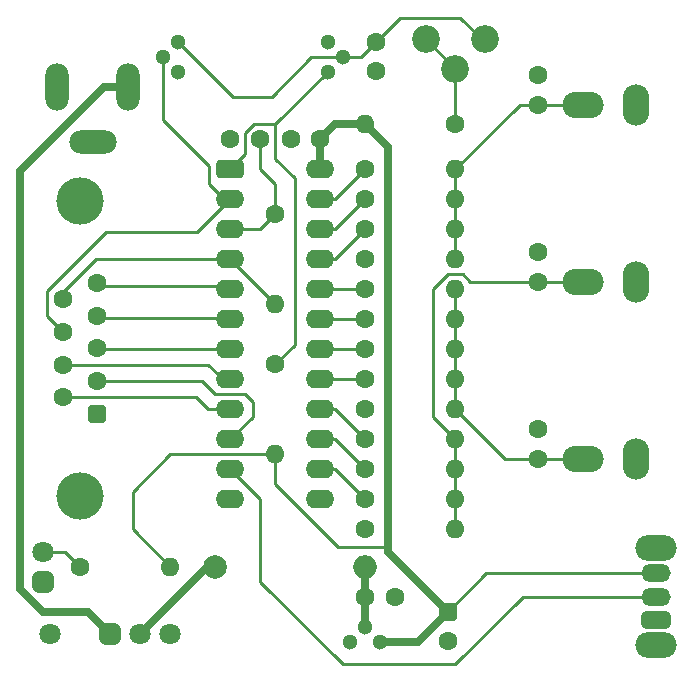
<source format=gbr>
%TF.GenerationSoftware,KiCad,Pcbnew,(6.0.11)*%
%TF.CreationDate,2023-07-09T23:55:29-07:00*%
%TF.ProjectId,cga-ypbpr,6367612d-7970-4627-9072-2e6b69636164,rev?*%
%TF.SameCoordinates,PX2990618PY4bd2668*%
%TF.FileFunction,Copper,L1,Top*%
%TF.FilePolarity,Positive*%
%FSLAX46Y46*%
G04 Gerber Fmt 4.6, Leading zero omitted, Abs format (unit mm)*
G04 Created by KiCad (PCBNEW (6.0.11)) date 2023-07-09 23:55:29*
%MOMM*%
%LPD*%
G01*
G04 APERTURE LIST*
G04 Aperture macros list*
%AMRoundRect*
0 Rectangle with rounded corners*
0 $1 Rounding radius*
0 $2 $3 $4 $5 $6 $7 $8 $9 X,Y pos of 4 corners*
0 Add a 4 corners polygon primitive as box body*
4,1,4,$2,$3,$4,$5,$6,$7,$8,$9,$2,$3,0*
0 Add four circle primitives for the rounded corners*
1,1,$1+$1,$2,$3*
1,1,$1+$1,$4,$5*
1,1,$1+$1,$6,$7*
1,1,$1+$1,$8,$9*
0 Add four rect primitives between the rounded corners*
20,1,$1+$1,$2,$3,$4,$5,0*
20,1,$1+$1,$4,$5,$6,$7,0*
20,1,$1+$1,$6,$7,$8,$9,0*
20,1,$1+$1,$8,$9,$2,$3,0*%
G04 Aperture macros list end*
%TA.AperFunction,ComponentPad*%
%ADD10C,1.600000*%
%TD*%
%TA.AperFunction,ComponentPad*%
%ADD11O,1.600000X1.600000*%
%TD*%
%TA.AperFunction,ComponentPad*%
%ADD12O,3.500000X2.250000*%
%TD*%
%TA.AperFunction,ComponentPad*%
%ADD13O,2.250000X3.500000*%
%TD*%
%TA.AperFunction,ComponentPad*%
%ADD14O,3.500000X2.200000*%
%TD*%
%TA.AperFunction,ComponentPad*%
%ADD15RoundRect,0.375000X0.875000X-0.375000X0.875000X0.375000X-0.875000X0.375000X-0.875000X-0.375000X0*%
%TD*%
%TA.AperFunction,ComponentPad*%
%ADD16O,2.500000X1.500000*%
%TD*%
%TA.AperFunction,ComponentPad*%
%ADD17C,4.000000*%
%TD*%
%TA.AperFunction,ComponentPad*%
%ADD18RoundRect,0.400000X-0.400000X0.400000X-0.400000X-0.400000X0.400000X-0.400000X0.400000X0.400000X0*%
%TD*%
%TA.AperFunction,ComponentPad*%
%ADD19C,1.800000*%
%TD*%
%TA.AperFunction,ComponentPad*%
%ADD20RoundRect,0.450000X-0.450000X-0.450000X0.450000X-0.450000X0.450000X0.450000X-0.450000X0.450000X0*%
%TD*%
%TA.AperFunction,ComponentPad*%
%ADD21RoundRect,0.450000X0.450000X-0.450000X0.450000X0.450000X-0.450000X0.450000X-0.450000X-0.450000X0*%
%TD*%
%TA.AperFunction,ComponentPad*%
%ADD22C,1.300000*%
%TD*%
%TA.AperFunction,ComponentPad*%
%ADD23C,2.000000*%
%TD*%
%TA.AperFunction,ComponentPad*%
%ADD24O,2.000000X2.000000*%
%TD*%
%TA.AperFunction,ComponentPad*%
%ADD25C,2.340000*%
%TD*%
%TA.AperFunction,ComponentPad*%
%ADD26O,2.000000X4.000000*%
%TD*%
%TA.AperFunction,ComponentPad*%
%ADD27O,4.000000X2.000000*%
%TD*%
%TA.AperFunction,ComponentPad*%
%ADD28RoundRect,0.400000X-0.800000X-0.400000X0.800000X-0.400000X0.800000X0.400000X-0.800000X0.400000X0*%
%TD*%
%TA.AperFunction,ComponentPad*%
%ADD29O,2.400000X1.600000*%
%TD*%
%TA.AperFunction,Conductor*%
%ADD30C,0.254000*%
%TD*%
%TA.AperFunction,Conductor*%
%ADD31C,0.635000*%
%TD*%
G04 APERTURE END LIST*
D10*
%TO.P,R10,1*%
%TO.N,/Pb2*%
X12932000Y-32890000D03*
D11*
%TO.P,R10,2*%
%TO.N,/Pb*%
X20552000Y-32890000D03*
%TD*%
D10*
%TO.P,R5,1*%
%TO.N,/Y3*%
X12932000Y-20190000D03*
D11*
%TO.P,R5,2*%
%TO.N,/Y*%
X20552000Y-20190000D03*
%TD*%
D10*
%TO.P,R7,1*%
%TO.N,/Y1*%
X12932000Y-25270000D03*
D11*
%TO.P,R7,2*%
%TO.N,/Y*%
X20552000Y-25270000D03*
%TD*%
D10*
%TO.P,R8,1*%
%TO.N,/Y0*%
X12932000Y-27810000D03*
D11*
%TO.P,R8,2*%
%TO.N,/Y*%
X20552000Y-27810000D03*
%TD*%
D10*
%TO.P,R11,1*%
%TO.N,/Pb1*%
X12932000Y-35430000D03*
D11*
%TO.P,R11,2*%
%TO.N,/Pb*%
X20552000Y-35430000D03*
%TD*%
D10*
%TO.P,R6,1*%
%TO.N,/Y2*%
X12932000Y-22730000D03*
D11*
%TO.P,R6,2*%
%TO.N,/Y*%
X20552000Y-22730000D03*
%TD*%
D10*
%TO.P,R9,1*%
%TO.N,GND*%
X12932000Y-30350000D03*
D11*
%TO.P,R9,2*%
%TO.N,/Y*%
X20552000Y-30350000D03*
%TD*%
D10*
%TO.P,C5,1*%
%TO.N,/Y*%
X27537000Y-34555000D03*
%TO.P,C5,2*%
%TO.N,GND*%
X27537000Y-32055000D03*
%TD*%
%TO.P,C2,1*%
%TO.N,+5V*%
X9122000Y-7490000D03*
%TO.P,C2,2*%
%TO.N,GND*%
X6622000Y-7490000D03*
%TD*%
%TO.P,R2,1*%
%TO.N,/Pr1*%
X12932000Y-12570000D03*
D11*
%TO.P,R2,2*%
%TO.N,/Pr*%
X20552000Y-12570000D03*
%TD*%
D10*
%TO.P,R3,1*%
%TO.N,/Pr0*%
X12932000Y-15110000D03*
D11*
%TO.P,R3,2*%
%TO.N,/Pr*%
X20552000Y-15110000D03*
%TD*%
D10*
%TO.P,R4,1*%
%TO.N,GND*%
X12932000Y-17650000D03*
D11*
%TO.P,R4,2*%
%TO.N,/Pr*%
X20552000Y-17650000D03*
%TD*%
D10*
%TO.P,R14,1*%
%TO.N,/VPol*%
X5312000Y-13840000D03*
D11*
%TO.P,R14,2*%
%TO.N,/VS*%
X5312000Y-21460000D03*
%TD*%
D12*
%TO.P,J4,1,In*%
%TO.N,/Pb*%
X31366000Y-19555000D03*
D13*
%TO.P,J4,2,Ext*%
%TO.N,GND*%
X35866000Y-19555000D03*
%TD*%
D10*
%TO.P,C6,1*%
%TO.N,/Pb*%
X27537000Y-19555000D03*
%TO.P,C6,2*%
%TO.N,GND*%
X27537000Y-17055000D03*
%TD*%
D14*
%TO.P,SW2,*%
%TO.N,*%
X37570000Y-50325000D03*
X37570000Y-42125000D03*
D15*
%TO.P,SW2,1,A*%
%TO.N,GND*%
X37570000Y-48225000D03*
D16*
%TO.P,SW2,2,B*%
%TO.N,/Mode*%
X37570000Y-46225000D03*
%TO.P,SW2,3,C*%
%TO.N,+5V*%
X37570000Y-44225000D03*
%TD*%
D17*
%TO.P,J1,0,PAD*%
%TO.N,GND*%
X-11221000Y-37691000D03*
X-11221000Y-12691000D03*
D18*
%TO.P,J1,1,1*%
X-9801000Y-30731000D03*
D10*
%TO.P,J1,2,2*%
%TO.N,/R0*%
X-9801000Y-27961000D03*
%TO.P,J1,3,3*%
%TO.N,/R*%
X-9801000Y-25191000D03*
%TO.P,J1,4,4*%
%TO.N,/G*%
X-9801000Y-22421000D03*
%TO.P,J1,5,5*%
%TO.N,/B*%
X-9801000Y-19651000D03*
%TO.P,J1,6,6*%
%TO.N,/I*%
X-12641000Y-29346000D03*
%TO.P,J1,7,7*%
%TO.N,/M*%
X-12641000Y-26576000D03*
%TO.P,J1,8,8*%
%TO.N,/HS*%
X-12641000Y-23806000D03*
%TO.P,J1,9,9*%
%TO.N,/VS*%
X-12641000Y-21036000D03*
%TD*%
D12*
%TO.P,J5,1,In*%
%TO.N,/Pr*%
X31366000Y-4555000D03*
D13*
%TO.P,J5,2,Ext*%
%TO.N,GND*%
X35866000Y-4555000D03*
%TD*%
D10*
%TO.P,R1,1*%
%TO.N,/Pr2*%
X12932000Y-10030000D03*
D11*
%TO.P,R1,2*%
%TO.N,/Pr*%
X20552000Y-10030000D03*
%TD*%
D10*
%TO.P,R17,1*%
%TO.N,/Bln*%
X5312000Y-26540000D03*
D11*
%TO.P,R17,2*%
%TO.N,+5V*%
X5312000Y-34160000D03*
%TD*%
D19*
%TO.P,SW1,*%
%TO.N,*%
X-13738000Y-49400000D03*
D20*
%TO.P,SW1,1,A*%
%TO.N,/RAW*%
X-8658000Y-49400000D03*
D19*
%TO.P,SW1,2,B*%
%TO.N,/RAW'*%
X-6118000Y-49400000D03*
%TO.P,SW1,3,C*%
%TO.N,unconnected-(SW1-Pad3)*%
X-3578000Y-49400000D03*
%TD*%
D21*
%TO.P,D1,1,K*%
%TO.N,GND*%
X-14373000Y-44955000D03*
D19*
%TO.P,D1,2,A*%
%TO.N,/LED*%
X-14373000Y-42415000D03*
%TD*%
D10*
%TO.P,C8,1*%
%TO.N,/~{HS}*%
X13821000Y765000D03*
%TO.P,C8,2*%
%TO.N,GND*%
X13821000Y-1735000D03*
%TD*%
D22*
%TO.P,Q2,1,S*%
%TO.N,GND*%
X9757000Y765000D03*
%TO.P,Q2,2,G*%
%TO.N,/~{HS}*%
X11027000Y-505000D03*
%TO.P,Q2,3,D*%
%TO.N,/Bln*%
X9757000Y-1775000D03*
%TD*%
D23*
%TO.P,FB1,1*%
%TO.N,/RAW'*%
X232000Y-43685000D03*
D24*
%TO.P,FB1,2*%
%TO.N,/RAW''*%
X12932000Y-43685000D03*
%TD*%
D18*
%TO.P,C4,1*%
%TO.N,+5V*%
X19917000Y-47495000D03*
D10*
%TO.P,C4,2*%
%TO.N,GND*%
X19917000Y-49995000D03*
%TD*%
%TO.P,C1,1*%
%TO.N,/RAW''*%
X12932000Y-46225000D03*
%TO.P,C1,2*%
%TO.N,GND*%
X15432000Y-46225000D03*
%TD*%
D25*
%TO.P,RV1,1,1*%
%TO.N,/~{HS}*%
X23052000Y979000D03*
%TO.P,RV1,2,2*%
%TO.N,/Trim*%
X20552000Y-1521000D03*
%TO.P,RV1,3,3*%
X18052000Y979000D03*
%TD*%
D10*
%TO.P,R16,1*%
%TO.N,/Trim*%
X20552000Y-6220000D03*
D11*
%TO.P,R16,2*%
%TO.N,+5V*%
X12932000Y-6220000D03*
%TD*%
D10*
%TO.P,R15,1*%
%TO.N,/LED*%
X-11198000Y-43685000D03*
D11*
%TO.P,R15,2*%
%TO.N,+5V*%
X-3578000Y-43685000D03*
%TD*%
D10*
%TO.P,C3,1*%
%TO.N,/VPol*%
X4002000Y-7490000D03*
%TO.P,C3,2*%
%TO.N,GND*%
X1502000Y-7490000D03*
%TD*%
D26*
%TO.P,J2,1*%
%TO.N,/RAW*%
X-7134000Y-3045000D03*
%TO.P,J2,2*%
%TO.N,GND*%
X-13134000Y-3045000D03*
D27*
%TO.P,J2,3*%
X-10134000Y-7745000D03*
%TD*%
D10*
%TO.P,R12,1*%
%TO.N,/Pb0*%
X12932000Y-37970000D03*
D11*
%TO.P,R12,2*%
%TO.N,/Pb*%
X20552000Y-37970000D03*
%TD*%
D10*
%TO.P,R13,1*%
%TO.N,GND*%
X12932000Y-40510000D03*
D11*
%TO.P,R13,2*%
%TO.N,/Pb*%
X20552000Y-40510000D03*
%TD*%
D22*
%TO.P,Q1,1,S*%
%TO.N,GND*%
X-2943000Y-1775000D03*
%TO.P,Q1,2,G*%
%TO.N,/HS*%
X-4213000Y-505000D03*
%TO.P,Q1,3,D*%
%TO.N,/~{HS}*%
X-2943000Y765000D03*
%TD*%
%TO.P,U1,1,GND*%
%TO.N,GND*%
X11662000Y-50035000D03*
%TO.P,U1,2,VI*%
%TO.N,/RAW''*%
X12932000Y-48765000D03*
%TO.P,U1,3,VO*%
%TO.N,+5V*%
X14202000Y-50035000D03*
%TD*%
D12*
%TO.P,J3,1,In*%
%TO.N,/Y*%
X31366000Y-34555000D03*
D13*
%TO.P,J3,2,Ext*%
%TO.N,GND*%
X35866000Y-34555000D03*
%TD*%
D10*
%TO.P,C7,1*%
%TO.N,/Pr*%
X27537000Y-4555000D03*
%TO.P,C7,2*%
%TO.N,GND*%
X27537000Y-2055000D03*
%TD*%
D28*
%TO.P,U2,1,CLK*%
%TO.N,/Bln*%
X1502000Y-10030000D03*
D29*
%TO.P,U2,2,I0*%
%TO.N,/HS*%
X1502000Y-12570000D03*
%TO.P,U2,3,I1*%
%TO.N,/VPol*%
X1502000Y-15110000D03*
%TO.P,U2,4,I2*%
%TO.N,/VS*%
X1502000Y-17650000D03*
%TO.P,U2,5,I3*%
%TO.N,/B*%
X1502000Y-20190000D03*
%TO.P,U2,6,I4*%
%TO.N,/G*%
X1502000Y-22730000D03*
%TO.P,U2,7,I5*%
%TO.N,/R*%
X1502000Y-25270000D03*
%TO.P,U2,8,I6*%
%TO.N,/M*%
X1502000Y-27810000D03*
%TO.P,U2,9,I7*%
%TO.N,/I*%
X1502000Y-30350000D03*
%TO.P,U2,10,I8*%
%TO.N,/R0*%
X1502000Y-32890000D03*
%TO.P,U2,11,I9*%
%TO.N,/Mode*%
X1502000Y-35430000D03*
%TO.P,U2,12,GND*%
%TO.N,GND*%
X1502000Y-37970000D03*
%TO.P,U2,13,~{OE}*%
X9122000Y-37970000D03*
%TO.P,U2,14,O9*%
%TO.N,/Pb0*%
X9122000Y-35430000D03*
%TO.P,U2,15,O8*%
%TO.N,/Pb1*%
X9122000Y-32890000D03*
%TO.P,U2,16,O7*%
%TO.N,/Pb2*%
X9122000Y-30350000D03*
%TO.P,U2,17,O6*%
%TO.N,/Y0*%
X9122000Y-27810000D03*
%TO.P,U2,18,O5*%
%TO.N,/Y1*%
X9122000Y-25270000D03*
%TO.P,U2,19,O4*%
%TO.N,/Y2*%
X9122000Y-22730000D03*
%TO.P,U2,20,O3*%
%TO.N,/Y3*%
X9122000Y-20190000D03*
%TO.P,U2,21,O2*%
%TO.N,/Pr0*%
X9122000Y-17650000D03*
%TO.P,U2,22,O1*%
%TO.N,/Pr1*%
X9122000Y-15110000D03*
%TO.P,U2,23,O0*%
%TO.N,/Pr2*%
X9122000Y-12570000D03*
%TO.P,U2,24,VCC*%
%TO.N,+5V*%
X9122000Y-10030000D03*
%TD*%
D30*
%TO.N,+5V*%
X-6753000Y-40510000D02*
X-6753000Y-37335000D01*
D31*
X12932000Y-6220000D02*
X10392000Y-6220000D01*
X14837000Y-42415000D02*
X14837000Y-42034000D01*
D30*
X5312000Y-34160000D02*
X5312000Y-36700000D01*
X-3578000Y-43685000D02*
X-6753000Y-40510000D01*
D31*
X14837000Y-8125000D02*
X12932000Y-6220000D01*
D30*
X-6753000Y-37335000D02*
X-3578000Y-34160000D01*
D31*
X9122000Y-7490000D02*
X9122000Y-10030000D01*
X14202000Y-50035000D02*
X17377000Y-50035000D01*
D30*
X5312000Y-36700000D02*
X10646000Y-42034000D01*
X23187000Y-44225000D02*
X37570000Y-44225000D01*
X-3578000Y-34160000D02*
X5312000Y-34160000D01*
D31*
X14837000Y-42034000D02*
X14837000Y-8125000D01*
D30*
X10646000Y-42034000D02*
X14837000Y-42034000D01*
D31*
X17377000Y-50035000D02*
X19917000Y-47495000D01*
X19917000Y-47495000D02*
X14837000Y-42415000D01*
X10392000Y-6220000D02*
X9122000Y-7490000D01*
D30*
X19917000Y-47495000D02*
X23187000Y-44225000D01*
%TO.N,/Y*%
X20552000Y-25270000D02*
X20552000Y-27810000D01*
X24757000Y-34555000D02*
X27537000Y-34555000D01*
X24757000Y-34555000D02*
X20552000Y-30350000D01*
X20552000Y-22730000D02*
X20552000Y-25270000D01*
X27537000Y-34555000D02*
X31366000Y-34555000D01*
X20552000Y-27810000D02*
X20552000Y-30350000D01*
X20552000Y-20190000D02*
X20552000Y-22730000D01*
%TO.N,/Pr*%
X26027000Y-4555000D02*
X20552000Y-10030000D01*
X20552000Y-10030000D02*
X20552000Y-12570000D01*
X33017000Y-4555000D02*
X26027000Y-4555000D01*
X20552000Y-15110000D02*
X20552000Y-17650000D01*
X20552000Y-12570000D02*
X20552000Y-15110000D01*
%TO.N,/Pb*%
X21187000Y-18920000D02*
X21822000Y-19555000D01*
X18647000Y-20190000D02*
X19917000Y-18920000D01*
X21822000Y-19555000D02*
X27537000Y-19555000D01*
X20552000Y-37970000D02*
X20552000Y-40510000D01*
X20552000Y-32890000D02*
X20552000Y-35430000D01*
X19917000Y-18920000D02*
X21187000Y-18920000D01*
X20552000Y-32890000D02*
X18647000Y-30985000D01*
X31366000Y-19555000D02*
X27537000Y-19555000D01*
X18647000Y-30985000D02*
X18647000Y-20190000D01*
X20552000Y-35430000D02*
X20552000Y-37970000D01*
D31*
%TO.N,/RAW*%
X-9166000Y-3045000D02*
X-7134000Y-3045000D01*
X-8658000Y-49400000D02*
X-10563000Y-47495000D01*
X-16278000Y-10157000D02*
X-9166000Y-3045000D01*
X-14373000Y-47495000D02*
X-16278000Y-45590000D01*
X-16278000Y-45590000D02*
X-16278000Y-10157000D01*
X-10563000Y-47495000D02*
X-14373000Y-47495000D01*
D30*
%TO.N,/VS*%
X-12641000Y-20387815D02*
X-9903185Y-17650000D01*
X1502000Y-17650000D02*
X5312000Y-21460000D01*
X-9903185Y-17650000D02*
X1502000Y-17650000D01*
X-12641000Y-21036000D02*
X-12641000Y-20387815D01*
%TO.N,/HS*%
X-13992000Y-22455000D02*
X-13992000Y-20317000D01*
X-4213000Y-5839000D02*
X-4213000Y-505000D01*
X-9039000Y-15364000D02*
X-1292000Y-15364000D01*
X-276000Y-11300000D02*
X-276000Y-9776000D01*
X-12641000Y-23806000D02*
X-13992000Y-22455000D01*
X994000Y-12570000D02*
X-276000Y-11300000D01*
X-1292000Y-15364000D02*
X1502000Y-12570000D01*
X1502000Y-12570000D02*
X994000Y-12570000D01*
X-13992000Y-20317000D02*
X-9039000Y-15364000D01*
X-276000Y-9776000D02*
X-4213000Y-5839000D01*
%TO.N,/R0*%
X3407000Y-29715000D02*
X2772000Y-29080000D01*
X-887000Y-27961000D02*
X-9801000Y-27961000D01*
X232000Y-29080000D02*
X-887000Y-27961000D01*
X1502000Y-32890000D02*
X3407000Y-30985000D01*
X2772000Y-29080000D02*
X232000Y-29080000D01*
X3407000Y-30985000D02*
X3407000Y-29715000D01*
%TO.N,/Y3*%
X12932000Y-20190000D02*
X9122000Y-20190000D01*
%TO.N,/Y1*%
X12932000Y-25270000D02*
X9122000Y-25270000D01*
%TO.N,/Pr2*%
X10392000Y-12570000D02*
X12932000Y-10030000D01*
X9122000Y-12570000D02*
X10392000Y-12570000D01*
%TO.N,/Pr0*%
X9122000Y-17650000D02*
X10392000Y-17650000D01*
X10392000Y-17650000D02*
X12932000Y-15110000D01*
%TO.N,/Pb1*%
X10392000Y-32890000D02*
X12932000Y-35430000D01*
X9122000Y-32890000D02*
X10392000Y-32890000D01*
%TO.N,/Y2*%
X12932000Y-22730000D02*
X9122000Y-22730000D01*
%TO.N,/Y0*%
X12932000Y-27810000D02*
X9122000Y-27810000D01*
%TO.N,/Pr1*%
X9122000Y-15110000D02*
X10392000Y-15110000D01*
X10392000Y-15110000D02*
X12932000Y-12570000D01*
%TO.N,/Pb2*%
X9122000Y-30350000D02*
X10392000Y-30350000D01*
X10392000Y-30350000D02*
X12932000Y-32890000D01*
%TO.N,/Pb0*%
X10392000Y-35430000D02*
X12932000Y-37970000D01*
X9122000Y-35430000D02*
X10392000Y-35430000D01*
%TO.N,/VPol*%
X5312000Y-13840000D02*
X5312000Y-11300000D01*
X5312000Y-11300000D02*
X4042000Y-10030000D01*
X4042000Y-7530000D02*
X4002000Y-7490000D01*
X4042000Y-10030000D02*
X4042000Y-7530000D01*
X4042000Y-15110000D02*
X5312000Y-13840000D01*
X1502000Y-15110000D02*
X4042000Y-15110000D01*
D31*
%TO.N,/RAW'*%
X-6118000Y-49400000D02*
X232000Y-43050000D01*
D30*
%TO.N,/R*%
X1502000Y-25270000D02*
X-9722000Y-25270000D01*
X-9722000Y-25270000D02*
X-9801000Y-25191000D01*
%TO.N,/G*%
X1502000Y-22730000D02*
X1375000Y-22603000D01*
X1375000Y-22603000D02*
X-9619000Y-22603000D01*
X-9619000Y-22603000D02*
X-9801000Y-22421000D01*
%TO.N,/B*%
X1248000Y-19936000D02*
X-9516000Y-19936000D01*
X1502000Y-20190000D02*
X1248000Y-19936000D01*
X-9516000Y-19936000D02*
X-9801000Y-19651000D01*
%TO.N,/I*%
X-12641000Y-29346000D02*
X-1407000Y-29346000D01*
X-1407000Y-29346000D02*
X-403000Y-30350000D01*
X-403000Y-30350000D02*
X1502000Y-30350000D01*
%TO.N,/M*%
X867000Y-27810000D02*
X1502000Y-27810000D01*
X-12641000Y-26576000D02*
X-367000Y-26576000D01*
X-367000Y-26576000D02*
X867000Y-27810000D01*
%TO.N,/Mode*%
X4042000Y-44955000D02*
X4042000Y-37970000D01*
X20552000Y-51940000D02*
X11027000Y-51940000D01*
X4042000Y-37970000D02*
X1502000Y-35430000D01*
X11027000Y-51940000D02*
X4042000Y-44955000D01*
X26267000Y-46225000D02*
X20552000Y-51940000D01*
X37570000Y-46225000D02*
X26267000Y-46225000D01*
D31*
%TO.N,/RAW''*%
X12932000Y-43685000D02*
X12932000Y-46225000D01*
X12932000Y-46225000D02*
X12932000Y-48765000D01*
D30*
%TO.N,/LED*%
X-14373000Y-42415000D02*
X-12468000Y-42415000D01*
X-12468000Y-42415000D02*
X-11198000Y-43685000D01*
%TO.N,/~{HS}*%
X23052000Y725000D02*
X20980000Y2797000D01*
X15853000Y2797000D02*
X13821000Y765000D01*
X1692500Y-3870500D02*
X-2943000Y765000D01*
X13821000Y765000D02*
X12551000Y-505000D01*
X4994500Y-3870500D02*
X1692500Y-3870500D01*
X12551000Y-505000D02*
X11027000Y-505000D01*
X11027000Y-505000D02*
X8360000Y-505000D01*
X20980000Y2797000D02*
X15853000Y2797000D01*
X8360000Y-505000D02*
X4994500Y-3870500D01*
%TO.N,/Bln*%
X3534000Y-6220000D02*
X5312000Y-6220000D01*
X5312000Y-6220000D02*
X5312000Y-9141000D01*
X5312000Y-6220000D02*
X9757000Y-1775000D01*
X2772000Y-8760000D02*
X2772000Y-6982000D01*
X6963000Y-24889000D02*
X5312000Y-26540000D01*
X1502000Y-10030000D02*
X2772000Y-8760000D01*
X2772000Y-6982000D02*
X3534000Y-6220000D01*
X5312000Y-9141000D02*
X6963000Y-10792000D01*
X6963000Y-10792000D02*
X6963000Y-24889000D01*
%TO.N,/Trim*%
X20552000Y-6220000D02*
X20552000Y-1521000D01*
X20552000Y-1521000D02*
X18052000Y979000D01*
%TD*%
M02*

</source>
